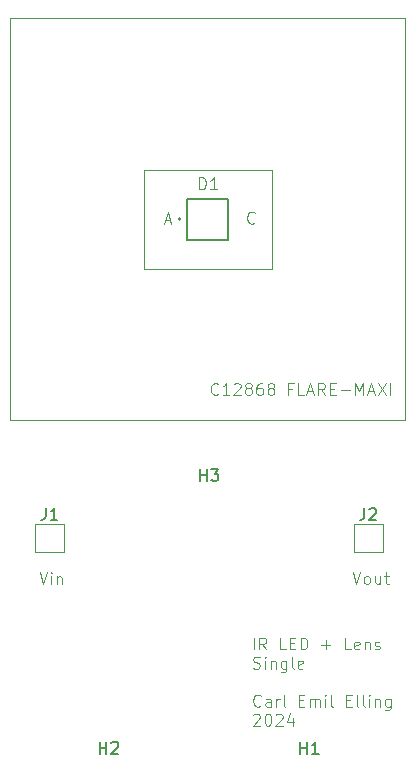
<source format=gto>
G04 #@! TF.GenerationSoftware,KiCad,Pcbnew,8.0.5*
G04 #@! TF.CreationDate,2024-10-10T12:39:46+02:00*
G04 #@! TF.ProjectId,LED_SINGLE_Board,4c45445f-5349-44e4-974c-455f426f6172,rev?*
G04 #@! TF.SameCoordinates,Original*
G04 #@! TF.FileFunction,Legend,Top*
G04 #@! TF.FilePolarity,Positive*
%FSLAX46Y46*%
G04 Gerber Fmt 4.6, Leading zero omitted, Abs format (unit mm)*
G04 Created by KiCad (PCBNEW 8.0.5) date 2024-10-10 12:39:46*
%MOMM*%
%LPD*%
G01*
G04 APERTURE LIST*
%ADD10C,0.100000*%
%ADD11C,0.150000*%
%ADD12C,0.127000*%
%ADD13C,0.200000*%
%ADD14C,0.120000*%
G04 APERTURE END LIST*
D10*
X47303884Y-77932643D02*
X47303884Y-76932643D01*
X48351502Y-77932643D02*
X48018169Y-77456452D01*
X47780074Y-77932643D02*
X47780074Y-76932643D01*
X47780074Y-76932643D02*
X48161026Y-76932643D01*
X48161026Y-76932643D02*
X48256264Y-76980262D01*
X48256264Y-76980262D02*
X48303883Y-77027881D01*
X48303883Y-77027881D02*
X48351502Y-77123119D01*
X48351502Y-77123119D02*
X48351502Y-77265976D01*
X48351502Y-77265976D02*
X48303883Y-77361214D01*
X48303883Y-77361214D02*
X48256264Y-77408833D01*
X48256264Y-77408833D02*
X48161026Y-77456452D01*
X48161026Y-77456452D02*
X47780074Y-77456452D01*
X50018169Y-77932643D02*
X49541979Y-77932643D01*
X49541979Y-77932643D02*
X49541979Y-76932643D01*
X50351503Y-77408833D02*
X50684836Y-77408833D01*
X50827693Y-77932643D02*
X50351503Y-77932643D01*
X50351503Y-77932643D02*
X50351503Y-76932643D01*
X50351503Y-76932643D02*
X50827693Y-76932643D01*
X51256265Y-77932643D02*
X51256265Y-76932643D01*
X51256265Y-76932643D02*
X51494360Y-76932643D01*
X51494360Y-76932643D02*
X51637217Y-76980262D01*
X51637217Y-76980262D02*
X51732455Y-77075500D01*
X51732455Y-77075500D02*
X51780074Y-77170738D01*
X51780074Y-77170738D02*
X51827693Y-77361214D01*
X51827693Y-77361214D02*
X51827693Y-77504071D01*
X51827693Y-77504071D02*
X51780074Y-77694547D01*
X51780074Y-77694547D02*
X51732455Y-77789785D01*
X51732455Y-77789785D02*
X51637217Y-77885024D01*
X51637217Y-77885024D02*
X51494360Y-77932643D01*
X51494360Y-77932643D02*
X51256265Y-77932643D01*
X53018170Y-77551690D02*
X53780075Y-77551690D01*
X53399122Y-77932643D02*
X53399122Y-77170738D01*
X55494360Y-77932643D02*
X55018170Y-77932643D01*
X55018170Y-77932643D02*
X55018170Y-76932643D01*
X56208646Y-77885024D02*
X56113408Y-77932643D01*
X56113408Y-77932643D02*
X55922932Y-77932643D01*
X55922932Y-77932643D02*
X55827694Y-77885024D01*
X55827694Y-77885024D02*
X55780075Y-77789785D01*
X55780075Y-77789785D02*
X55780075Y-77408833D01*
X55780075Y-77408833D02*
X55827694Y-77313595D01*
X55827694Y-77313595D02*
X55922932Y-77265976D01*
X55922932Y-77265976D02*
X56113408Y-77265976D01*
X56113408Y-77265976D02*
X56208646Y-77313595D01*
X56208646Y-77313595D02*
X56256265Y-77408833D01*
X56256265Y-77408833D02*
X56256265Y-77504071D01*
X56256265Y-77504071D02*
X55780075Y-77599309D01*
X56684837Y-77265976D02*
X56684837Y-77932643D01*
X56684837Y-77361214D02*
X56732456Y-77313595D01*
X56732456Y-77313595D02*
X56827694Y-77265976D01*
X56827694Y-77265976D02*
X56970551Y-77265976D01*
X56970551Y-77265976D02*
X57065789Y-77313595D01*
X57065789Y-77313595D02*
X57113408Y-77408833D01*
X57113408Y-77408833D02*
X57113408Y-77932643D01*
X57541980Y-77885024D02*
X57637218Y-77932643D01*
X57637218Y-77932643D02*
X57827694Y-77932643D01*
X57827694Y-77932643D02*
X57922932Y-77885024D01*
X57922932Y-77885024D02*
X57970551Y-77789785D01*
X57970551Y-77789785D02*
X57970551Y-77742166D01*
X57970551Y-77742166D02*
X57922932Y-77646928D01*
X57922932Y-77646928D02*
X57827694Y-77599309D01*
X57827694Y-77599309D02*
X57684837Y-77599309D01*
X57684837Y-77599309D02*
X57589599Y-77551690D01*
X57589599Y-77551690D02*
X57541980Y-77456452D01*
X57541980Y-77456452D02*
X57541980Y-77408833D01*
X57541980Y-77408833D02*
X57589599Y-77313595D01*
X57589599Y-77313595D02*
X57684837Y-77265976D01*
X57684837Y-77265976D02*
X57827694Y-77265976D01*
X57827694Y-77265976D02*
X57922932Y-77313595D01*
X47256265Y-79494968D02*
X47399122Y-79542587D01*
X47399122Y-79542587D02*
X47637217Y-79542587D01*
X47637217Y-79542587D02*
X47732455Y-79494968D01*
X47732455Y-79494968D02*
X47780074Y-79447348D01*
X47780074Y-79447348D02*
X47827693Y-79352110D01*
X47827693Y-79352110D02*
X47827693Y-79256872D01*
X47827693Y-79256872D02*
X47780074Y-79161634D01*
X47780074Y-79161634D02*
X47732455Y-79114015D01*
X47732455Y-79114015D02*
X47637217Y-79066396D01*
X47637217Y-79066396D02*
X47446741Y-79018777D01*
X47446741Y-79018777D02*
X47351503Y-78971158D01*
X47351503Y-78971158D02*
X47303884Y-78923539D01*
X47303884Y-78923539D02*
X47256265Y-78828301D01*
X47256265Y-78828301D02*
X47256265Y-78733063D01*
X47256265Y-78733063D02*
X47303884Y-78637825D01*
X47303884Y-78637825D02*
X47351503Y-78590206D01*
X47351503Y-78590206D02*
X47446741Y-78542587D01*
X47446741Y-78542587D02*
X47684836Y-78542587D01*
X47684836Y-78542587D02*
X47827693Y-78590206D01*
X48256265Y-79542587D02*
X48256265Y-78875920D01*
X48256265Y-78542587D02*
X48208646Y-78590206D01*
X48208646Y-78590206D02*
X48256265Y-78637825D01*
X48256265Y-78637825D02*
X48303884Y-78590206D01*
X48303884Y-78590206D02*
X48256265Y-78542587D01*
X48256265Y-78542587D02*
X48256265Y-78637825D01*
X48732455Y-78875920D02*
X48732455Y-79542587D01*
X48732455Y-78971158D02*
X48780074Y-78923539D01*
X48780074Y-78923539D02*
X48875312Y-78875920D01*
X48875312Y-78875920D02*
X49018169Y-78875920D01*
X49018169Y-78875920D02*
X49113407Y-78923539D01*
X49113407Y-78923539D02*
X49161026Y-79018777D01*
X49161026Y-79018777D02*
X49161026Y-79542587D01*
X50065788Y-78875920D02*
X50065788Y-79685444D01*
X50065788Y-79685444D02*
X50018169Y-79780682D01*
X50018169Y-79780682D02*
X49970550Y-79828301D01*
X49970550Y-79828301D02*
X49875312Y-79875920D01*
X49875312Y-79875920D02*
X49732455Y-79875920D01*
X49732455Y-79875920D02*
X49637217Y-79828301D01*
X50065788Y-79494968D02*
X49970550Y-79542587D01*
X49970550Y-79542587D02*
X49780074Y-79542587D01*
X49780074Y-79542587D02*
X49684836Y-79494968D01*
X49684836Y-79494968D02*
X49637217Y-79447348D01*
X49637217Y-79447348D02*
X49589598Y-79352110D01*
X49589598Y-79352110D02*
X49589598Y-79066396D01*
X49589598Y-79066396D02*
X49637217Y-78971158D01*
X49637217Y-78971158D02*
X49684836Y-78923539D01*
X49684836Y-78923539D02*
X49780074Y-78875920D01*
X49780074Y-78875920D02*
X49970550Y-78875920D01*
X49970550Y-78875920D02*
X50065788Y-78923539D01*
X50684836Y-79542587D02*
X50589598Y-79494968D01*
X50589598Y-79494968D02*
X50541979Y-79399729D01*
X50541979Y-79399729D02*
X50541979Y-78542587D01*
X51446741Y-79494968D02*
X51351503Y-79542587D01*
X51351503Y-79542587D02*
X51161027Y-79542587D01*
X51161027Y-79542587D02*
X51065789Y-79494968D01*
X51065789Y-79494968D02*
X51018170Y-79399729D01*
X51018170Y-79399729D02*
X51018170Y-79018777D01*
X51018170Y-79018777D02*
X51065789Y-78923539D01*
X51065789Y-78923539D02*
X51161027Y-78875920D01*
X51161027Y-78875920D02*
X51351503Y-78875920D01*
X51351503Y-78875920D02*
X51446741Y-78923539D01*
X51446741Y-78923539D02*
X51494360Y-79018777D01*
X51494360Y-79018777D02*
X51494360Y-79114015D01*
X51494360Y-79114015D02*
X51018170Y-79209253D01*
X47875312Y-82667236D02*
X47827693Y-82714856D01*
X47827693Y-82714856D02*
X47684836Y-82762475D01*
X47684836Y-82762475D02*
X47589598Y-82762475D01*
X47589598Y-82762475D02*
X47446741Y-82714856D01*
X47446741Y-82714856D02*
X47351503Y-82619617D01*
X47351503Y-82619617D02*
X47303884Y-82524379D01*
X47303884Y-82524379D02*
X47256265Y-82333903D01*
X47256265Y-82333903D02*
X47256265Y-82191046D01*
X47256265Y-82191046D02*
X47303884Y-82000570D01*
X47303884Y-82000570D02*
X47351503Y-81905332D01*
X47351503Y-81905332D02*
X47446741Y-81810094D01*
X47446741Y-81810094D02*
X47589598Y-81762475D01*
X47589598Y-81762475D02*
X47684836Y-81762475D01*
X47684836Y-81762475D02*
X47827693Y-81810094D01*
X47827693Y-81810094D02*
X47875312Y-81857713D01*
X48732455Y-82762475D02*
X48732455Y-82238665D01*
X48732455Y-82238665D02*
X48684836Y-82143427D01*
X48684836Y-82143427D02*
X48589598Y-82095808D01*
X48589598Y-82095808D02*
X48399122Y-82095808D01*
X48399122Y-82095808D02*
X48303884Y-82143427D01*
X48732455Y-82714856D02*
X48637217Y-82762475D01*
X48637217Y-82762475D02*
X48399122Y-82762475D01*
X48399122Y-82762475D02*
X48303884Y-82714856D01*
X48303884Y-82714856D02*
X48256265Y-82619617D01*
X48256265Y-82619617D02*
X48256265Y-82524379D01*
X48256265Y-82524379D02*
X48303884Y-82429141D01*
X48303884Y-82429141D02*
X48399122Y-82381522D01*
X48399122Y-82381522D02*
X48637217Y-82381522D01*
X48637217Y-82381522D02*
X48732455Y-82333903D01*
X49208646Y-82762475D02*
X49208646Y-82095808D01*
X49208646Y-82286284D02*
X49256265Y-82191046D01*
X49256265Y-82191046D02*
X49303884Y-82143427D01*
X49303884Y-82143427D02*
X49399122Y-82095808D01*
X49399122Y-82095808D02*
X49494360Y-82095808D01*
X49970551Y-82762475D02*
X49875313Y-82714856D01*
X49875313Y-82714856D02*
X49827694Y-82619617D01*
X49827694Y-82619617D02*
X49827694Y-81762475D01*
X51113409Y-82238665D02*
X51446742Y-82238665D01*
X51589599Y-82762475D02*
X51113409Y-82762475D01*
X51113409Y-82762475D02*
X51113409Y-81762475D01*
X51113409Y-81762475D02*
X51589599Y-81762475D01*
X52018171Y-82762475D02*
X52018171Y-82095808D01*
X52018171Y-82191046D02*
X52065790Y-82143427D01*
X52065790Y-82143427D02*
X52161028Y-82095808D01*
X52161028Y-82095808D02*
X52303885Y-82095808D01*
X52303885Y-82095808D02*
X52399123Y-82143427D01*
X52399123Y-82143427D02*
X52446742Y-82238665D01*
X52446742Y-82238665D02*
X52446742Y-82762475D01*
X52446742Y-82238665D02*
X52494361Y-82143427D01*
X52494361Y-82143427D02*
X52589599Y-82095808D01*
X52589599Y-82095808D02*
X52732456Y-82095808D01*
X52732456Y-82095808D02*
X52827695Y-82143427D01*
X52827695Y-82143427D02*
X52875314Y-82238665D01*
X52875314Y-82238665D02*
X52875314Y-82762475D01*
X53351504Y-82762475D02*
X53351504Y-82095808D01*
X53351504Y-81762475D02*
X53303885Y-81810094D01*
X53303885Y-81810094D02*
X53351504Y-81857713D01*
X53351504Y-81857713D02*
X53399123Y-81810094D01*
X53399123Y-81810094D02*
X53351504Y-81762475D01*
X53351504Y-81762475D02*
X53351504Y-81857713D01*
X53970551Y-82762475D02*
X53875313Y-82714856D01*
X53875313Y-82714856D02*
X53827694Y-82619617D01*
X53827694Y-82619617D02*
X53827694Y-81762475D01*
X55113409Y-82238665D02*
X55446742Y-82238665D01*
X55589599Y-82762475D02*
X55113409Y-82762475D01*
X55113409Y-82762475D02*
X55113409Y-81762475D01*
X55113409Y-81762475D02*
X55589599Y-81762475D01*
X56161028Y-82762475D02*
X56065790Y-82714856D01*
X56065790Y-82714856D02*
X56018171Y-82619617D01*
X56018171Y-82619617D02*
X56018171Y-81762475D01*
X56684838Y-82762475D02*
X56589600Y-82714856D01*
X56589600Y-82714856D02*
X56541981Y-82619617D01*
X56541981Y-82619617D02*
X56541981Y-81762475D01*
X57065791Y-82762475D02*
X57065791Y-82095808D01*
X57065791Y-81762475D02*
X57018172Y-81810094D01*
X57018172Y-81810094D02*
X57065791Y-81857713D01*
X57065791Y-81857713D02*
X57113410Y-81810094D01*
X57113410Y-81810094D02*
X57065791Y-81762475D01*
X57065791Y-81762475D02*
X57065791Y-81857713D01*
X57541981Y-82095808D02*
X57541981Y-82762475D01*
X57541981Y-82191046D02*
X57589600Y-82143427D01*
X57589600Y-82143427D02*
X57684838Y-82095808D01*
X57684838Y-82095808D02*
X57827695Y-82095808D01*
X57827695Y-82095808D02*
X57922933Y-82143427D01*
X57922933Y-82143427D02*
X57970552Y-82238665D01*
X57970552Y-82238665D02*
X57970552Y-82762475D01*
X58875314Y-82095808D02*
X58875314Y-82905332D01*
X58875314Y-82905332D02*
X58827695Y-83000570D01*
X58827695Y-83000570D02*
X58780076Y-83048189D01*
X58780076Y-83048189D02*
X58684838Y-83095808D01*
X58684838Y-83095808D02*
X58541981Y-83095808D01*
X58541981Y-83095808D02*
X58446743Y-83048189D01*
X58875314Y-82714856D02*
X58780076Y-82762475D01*
X58780076Y-82762475D02*
X58589600Y-82762475D01*
X58589600Y-82762475D02*
X58494362Y-82714856D01*
X58494362Y-82714856D02*
X58446743Y-82667236D01*
X58446743Y-82667236D02*
X58399124Y-82571998D01*
X58399124Y-82571998D02*
X58399124Y-82286284D01*
X58399124Y-82286284D02*
X58446743Y-82191046D01*
X58446743Y-82191046D02*
X58494362Y-82143427D01*
X58494362Y-82143427D02*
X58589600Y-82095808D01*
X58589600Y-82095808D02*
X58780076Y-82095808D01*
X58780076Y-82095808D02*
X58875314Y-82143427D01*
X47256265Y-83467657D02*
X47303884Y-83420038D01*
X47303884Y-83420038D02*
X47399122Y-83372419D01*
X47399122Y-83372419D02*
X47637217Y-83372419D01*
X47637217Y-83372419D02*
X47732455Y-83420038D01*
X47732455Y-83420038D02*
X47780074Y-83467657D01*
X47780074Y-83467657D02*
X47827693Y-83562895D01*
X47827693Y-83562895D02*
X47827693Y-83658133D01*
X47827693Y-83658133D02*
X47780074Y-83800990D01*
X47780074Y-83800990D02*
X47208646Y-84372419D01*
X47208646Y-84372419D02*
X47827693Y-84372419D01*
X48446741Y-83372419D02*
X48541979Y-83372419D01*
X48541979Y-83372419D02*
X48637217Y-83420038D01*
X48637217Y-83420038D02*
X48684836Y-83467657D01*
X48684836Y-83467657D02*
X48732455Y-83562895D01*
X48732455Y-83562895D02*
X48780074Y-83753371D01*
X48780074Y-83753371D02*
X48780074Y-83991466D01*
X48780074Y-83991466D02*
X48732455Y-84181942D01*
X48732455Y-84181942D02*
X48684836Y-84277180D01*
X48684836Y-84277180D02*
X48637217Y-84324800D01*
X48637217Y-84324800D02*
X48541979Y-84372419D01*
X48541979Y-84372419D02*
X48446741Y-84372419D01*
X48446741Y-84372419D02*
X48351503Y-84324800D01*
X48351503Y-84324800D02*
X48303884Y-84277180D01*
X48303884Y-84277180D02*
X48256265Y-84181942D01*
X48256265Y-84181942D02*
X48208646Y-83991466D01*
X48208646Y-83991466D02*
X48208646Y-83753371D01*
X48208646Y-83753371D02*
X48256265Y-83562895D01*
X48256265Y-83562895D02*
X48303884Y-83467657D01*
X48303884Y-83467657D02*
X48351503Y-83420038D01*
X48351503Y-83420038D02*
X48446741Y-83372419D01*
X49161027Y-83467657D02*
X49208646Y-83420038D01*
X49208646Y-83420038D02*
X49303884Y-83372419D01*
X49303884Y-83372419D02*
X49541979Y-83372419D01*
X49541979Y-83372419D02*
X49637217Y-83420038D01*
X49637217Y-83420038D02*
X49684836Y-83467657D01*
X49684836Y-83467657D02*
X49732455Y-83562895D01*
X49732455Y-83562895D02*
X49732455Y-83658133D01*
X49732455Y-83658133D02*
X49684836Y-83800990D01*
X49684836Y-83800990D02*
X49113408Y-84372419D01*
X49113408Y-84372419D02*
X49732455Y-84372419D01*
X50589598Y-83705752D02*
X50589598Y-84372419D01*
X50351503Y-83324800D02*
X50113408Y-84039085D01*
X50113408Y-84039085D02*
X50732455Y-84039085D01*
X29161027Y-71372419D02*
X29494360Y-72372419D01*
X29494360Y-72372419D02*
X29827693Y-71372419D01*
X30161027Y-72372419D02*
X30161027Y-71705752D01*
X30161027Y-71372419D02*
X30113408Y-71420038D01*
X30113408Y-71420038D02*
X30161027Y-71467657D01*
X30161027Y-71467657D02*
X30208646Y-71420038D01*
X30208646Y-71420038D02*
X30161027Y-71372419D01*
X30161027Y-71372419D02*
X30161027Y-71467657D01*
X30637217Y-71705752D02*
X30637217Y-72372419D01*
X30637217Y-71800990D02*
X30684836Y-71753371D01*
X30684836Y-71753371D02*
X30780074Y-71705752D01*
X30780074Y-71705752D02*
X30922931Y-71705752D01*
X30922931Y-71705752D02*
X31018169Y-71753371D01*
X31018169Y-71753371D02*
X31065788Y-71848609D01*
X31065788Y-71848609D02*
X31065788Y-72372419D01*
X55661027Y-71372419D02*
X55994360Y-72372419D01*
X55994360Y-72372419D02*
X56327693Y-71372419D01*
X56803884Y-72372419D02*
X56708646Y-72324800D01*
X56708646Y-72324800D02*
X56661027Y-72277180D01*
X56661027Y-72277180D02*
X56613408Y-72181942D01*
X56613408Y-72181942D02*
X56613408Y-71896228D01*
X56613408Y-71896228D02*
X56661027Y-71800990D01*
X56661027Y-71800990D02*
X56708646Y-71753371D01*
X56708646Y-71753371D02*
X56803884Y-71705752D01*
X56803884Y-71705752D02*
X56946741Y-71705752D01*
X56946741Y-71705752D02*
X57041979Y-71753371D01*
X57041979Y-71753371D02*
X57089598Y-71800990D01*
X57089598Y-71800990D02*
X57137217Y-71896228D01*
X57137217Y-71896228D02*
X57137217Y-72181942D01*
X57137217Y-72181942D02*
X57089598Y-72277180D01*
X57089598Y-72277180D02*
X57041979Y-72324800D01*
X57041979Y-72324800D02*
X56946741Y-72372419D01*
X56946741Y-72372419D02*
X56803884Y-72372419D01*
X57994360Y-71705752D02*
X57994360Y-72372419D01*
X57565789Y-71705752D02*
X57565789Y-72229561D01*
X57565789Y-72229561D02*
X57613408Y-72324800D01*
X57613408Y-72324800D02*
X57708646Y-72372419D01*
X57708646Y-72372419D02*
X57851503Y-72372419D01*
X57851503Y-72372419D02*
X57946741Y-72324800D01*
X57946741Y-72324800D02*
X57994360Y-72277180D01*
X58327694Y-71705752D02*
X58708646Y-71705752D01*
X58470551Y-71372419D02*
X58470551Y-72229561D01*
X58470551Y-72229561D02*
X58518170Y-72324800D01*
X58518170Y-72324800D02*
X58613408Y-72372419D01*
X58613408Y-72372419D02*
X58708646Y-72372419D01*
X42661905Y-38957419D02*
X42661905Y-37957419D01*
X42661905Y-37957419D02*
X42900000Y-37957419D01*
X42900000Y-37957419D02*
X43042857Y-38005038D01*
X43042857Y-38005038D02*
X43138095Y-38100276D01*
X43138095Y-38100276D02*
X43185714Y-38195514D01*
X43185714Y-38195514D02*
X43233333Y-38385990D01*
X43233333Y-38385990D02*
X43233333Y-38528847D01*
X43233333Y-38528847D02*
X43185714Y-38719323D01*
X43185714Y-38719323D02*
X43138095Y-38814561D01*
X43138095Y-38814561D02*
X43042857Y-38909800D01*
X43042857Y-38909800D02*
X42900000Y-38957419D01*
X42900000Y-38957419D02*
X42661905Y-38957419D01*
X44185714Y-38957419D02*
X43614286Y-38957419D01*
X43900000Y-38957419D02*
X43900000Y-37957419D01*
X43900000Y-37957419D02*
X43804762Y-38100276D01*
X43804762Y-38100276D02*
X43709524Y-38195514D01*
X43709524Y-38195514D02*
X43614286Y-38243133D01*
X47375312Y-41777180D02*
X47327693Y-41824800D01*
X47327693Y-41824800D02*
X47184836Y-41872419D01*
X47184836Y-41872419D02*
X47089598Y-41872419D01*
X47089598Y-41872419D02*
X46946741Y-41824800D01*
X46946741Y-41824800D02*
X46851503Y-41729561D01*
X46851503Y-41729561D02*
X46803884Y-41634323D01*
X46803884Y-41634323D02*
X46756265Y-41443847D01*
X46756265Y-41443847D02*
X46756265Y-41300990D01*
X46756265Y-41300990D02*
X46803884Y-41110514D01*
X46803884Y-41110514D02*
X46851503Y-41015276D01*
X46851503Y-41015276D02*
X46946741Y-40920038D01*
X46946741Y-40920038D02*
X47089598Y-40872419D01*
X47089598Y-40872419D02*
X47184836Y-40872419D01*
X47184836Y-40872419D02*
X47327693Y-40920038D01*
X47327693Y-40920038D02*
X47375312Y-40967657D01*
X39756265Y-41586704D02*
X40232455Y-41586704D01*
X39661027Y-41872419D02*
X39994360Y-40872419D01*
X39994360Y-40872419D02*
X40327693Y-41872419D01*
X44275312Y-56277180D02*
X44227693Y-56324800D01*
X44227693Y-56324800D02*
X44084836Y-56372419D01*
X44084836Y-56372419D02*
X43989598Y-56372419D01*
X43989598Y-56372419D02*
X43846741Y-56324800D01*
X43846741Y-56324800D02*
X43751503Y-56229561D01*
X43751503Y-56229561D02*
X43703884Y-56134323D01*
X43703884Y-56134323D02*
X43656265Y-55943847D01*
X43656265Y-55943847D02*
X43656265Y-55800990D01*
X43656265Y-55800990D02*
X43703884Y-55610514D01*
X43703884Y-55610514D02*
X43751503Y-55515276D01*
X43751503Y-55515276D02*
X43846741Y-55420038D01*
X43846741Y-55420038D02*
X43989598Y-55372419D01*
X43989598Y-55372419D02*
X44084836Y-55372419D01*
X44084836Y-55372419D02*
X44227693Y-55420038D01*
X44227693Y-55420038D02*
X44275312Y-55467657D01*
X45227693Y-56372419D02*
X44656265Y-56372419D01*
X44941979Y-56372419D02*
X44941979Y-55372419D01*
X44941979Y-55372419D02*
X44846741Y-55515276D01*
X44846741Y-55515276D02*
X44751503Y-55610514D01*
X44751503Y-55610514D02*
X44656265Y-55658133D01*
X45608646Y-55467657D02*
X45656265Y-55420038D01*
X45656265Y-55420038D02*
X45751503Y-55372419D01*
X45751503Y-55372419D02*
X45989598Y-55372419D01*
X45989598Y-55372419D02*
X46084836Y-55420038D01*
X46084836Y-55420038D02*
X46132455Y-55467657D01*
X46132455Y-55467657D02*
X46180074Y-55562895D01*
X46180074Y-55562895D02*
X46180074Y-55658133D01*
X46180074Y-55658133D02*
X46132455Y-55800990D01*
X46132455Y-55800990D02*
X45561027Y-56372419D01*
X45561027Y-56372419D02*
X46180074Y-56372419D01*
X46751503Y-55800990D02*
X46656265Y-55753371D01*
X46656265Y-55753371D02*
X46608646Y-55705752D01*
X46608646Y-55705752D02*
X46561027Y-55610514D01*
X46561027Y-55610514D02*
X46561027Y-55562895D01*
X46561027Y-55562895D02*
X46608646Y-55467657D01*
X46608646Y-55467657D02*
X46656265Y-55420038D01*
X46656265Y-55420038D02*
X46751503Y-55372419D01*
X46751503Y-55372419D02*
X46941979Y-55372419D01*
X46941979Y-55372419D02*
X47037217Y-55420038D01*
X47037217Y-55420038D02*
X47084836Y-55467657D01*
X47084836Y-55467657D02*
X47132455Y-55562895D01*
X47132455Y-55562895D02*
X47132455Y-55610514D01*
X47132455Y-55610514D02*
X47084836Y-55705752D01*
X47084836Y-55705752D02*
X47037217Y-55753371D01*
X47037217Y-55753371D02*
X46941979Y-55800990D01*
X46941979Y-55800990D02*
X46751503Y-55800990D01*
X46751503Y-55800990D02*
X46656265Y-55848609D01*
X46656265Y-55848609D02*
X46608646Y-55896228D01*
X46608646Y-55896228D02*
X46561027Y-55991466D01*
X46561027Y-55991466D02*
X46561027Y-56181942D01*
X46561027Y-56181942D02*
X46608646Y-56277180D01*
X46608646Y-56277180D02*
X46656265Y-56324800D01*
X46656265Y-56324800D02*
X46751503Y-56372419D01*
X46751503Y-56372419D02*
X46941979Y-56372419D01*
X46941979Y-56372419D02*
X47037217Y-56324800D01*
X47037217Y-56324800D02*
X47084836Y-56277180D01*
X47084836Y-56277180D02*
X47132455Y-56181942D01*
X47132455Y-56181942D02*
X47132455Y-55991466D01*
X47132455Y-55991466D02*
X47084836Y-55896228D01*
X47084836Y-55896228D02*
X47037217Y-55848609D01*
X47037217Y-55848609D02*
X46941979Y-55800990D01*
X47989598Y-55372419D02*
X47799122Y-55372419D01*
X47799122Y-55372419D02*
X47703884Y-55420038D01*
X47703884Y-55420038D02*
X47656265Y-55467657D01*
X47656265Y-55467657D02*
X47561027Y-55610514D01*
X47561027Y-55610514D02*
X47513408Y-55800990D01*
X47513408Y-55800990D02*
X47513408Y-56181942D01*
X47513408Y-56181942D02*
X47561027Y-56277180D01*
X47561027Y-56277180D02*
X47608646Y-56324800D01*
X47608646Y-56324800D02*
X47703884Y-56372419D01*
X47703884Y-56372419D02*
X47894360Y-56372419D01*
X47894360Y-56372419D02*
X47989598Y-56324800D01*
X47989598Y-56324800D02*
X48037217Y-56277180D01*
X48037217Y-56277180D02*
X48084836Y-56181942D01*
X48084836Y-56181942D02*
X48084836Y-55943847D01*
X48084836Y-55943847D02*
X48037217Y-55848609D01*
X48037217Y-55848609D02*
X47989598Y-55800990D01*
X47989598Y-55800990D02*
X47894360Y-55753371D01*
X47894360Y-55753371D02*
X47703884Y-55753371D01*
X47703884Y-55753371D02*
X47608646Y-55800990D01*
X47608646Y-55800990D02*
X47561027Y-55848609D01*
X47561027Y-55848609D02*
X47513408Y-55943847D01*
X48656265Y-55800990D02*
X48561027Y-55753371D01*
X48561027Y-55753371D02*
X48513408Y-55705752D01*
X48513408Y-55705752D02*
X48465789Y-55610514D01*
X48465789Y-55610514D02*
X48465789Y-55562895D01*
X48465789Y-55562895D02*
X48513408Y-55467657D01*
X48513408Y-55467657D02*
X48561027Y-55420038D01*
X48561027Y-55420038D02*
X48656265Y-55372419D01*
X48656265Y-55372419D02*
X48846741Y-55372419D01*
X48846741Y-55372419D02*
X48941979Y-55420038D01*
X48941979Y-55420038D02*
X48989598Y-55467657D01*
X48989598Y-55467657D02*
X49037217Y-55562895D01*
X49037217Y-55562895D02*
X49037217Y-55610514D01*
X49037217Y-55610514D02*
X48989598Y-55705752D01*
X48989598Y-55705752D02*
X48941979Y-55753371D01*
X48941979Y-55753371D02*
X48846741Y-55800990D01*
X48846741Y-55800990D02*
X48656265Y-55800990D01*
X48656265Y-55800990D02*
X48561027Y-55848609D01*
X48561027Y-55848609D02*
X48513408Y-55896228D01*
X48513408Y-55896228D02*
X48465789Y-55991466D01*
X48465789Y-55991466D02*
X48465789Y-56181942D01*
X48465789Y-56181942D02*
X48513408Y-56277180D01*
X48513408Y-56277180D02*
X48561027Y-56324800D01*
X48561027Y-56324800D02*
X48656265Y-56372419D01*
X48656265Y-56372419D02*
X48846741Y-56372419D01*
X48846741Y-56372419D02*
X48941979Y-56324800D01*
X48941979Y-56324800D02*
X48989598Y-56277180D01*
X48989598Y-56277180D02*
X49037217Y-56181942D01*
X49037217Y-56181942D02*
X49037217Y-55991466D01*
X49037217Y-55991466D02*
X48989598Y-55896228D01*
X48989598Y-55896228D02*
X48941979Y-55848609D01*
X48941979Y-55848609D02*
X48846741Y-55800990D01*
X50561027Y-55848609D02*
X50227694Y-55848609D01*
X50227694Y-56372419D02*
X50227694Y-55372419D01*
X50227694Y-55372419D02*
X50703884Y-55372419D01*
X51561027Y-56372419D02*
X51084837Y-56372419D01*
X51084837Y-56372419D02*
X51084837Y-55372419D01*
X51846742Y-56086704D02*
X52322932Y-56086704D01*
X51751504Y-56372419D02*
X52084837Y-55372419D01*
X52084837Y-55372419D02*
X52418170Y-56372419D01*
X53322932Y-56372419D02*
X52989599Y-55896228D01*
X52751504Y-56372419D02*
X52751504Y-55372419D01*
X52751504Y-55372419D02*
X53132456Y-55372419D01*
X53132456Y-55372419D02*
X53227694Y-55420038D01*
X53227694Y-55420038D02*
X53275313Y-55467657D01*
X53275313Y-55467657D02*
X53322932Y-55562895D01*
X53322932Y-55562895D02*
X53322932Y-55705752D01*
X53322932Y-55705752D02*
X53275313Y-55800990D01*
X53275313Y-55800990D02*
X53227694Y-55848609D01*
X53227694Y-55848609D02*
X53132456Y-55896228D01*
X53132456Y-55896228D02*
X52751504Y-55896228D01*
X53751504Y-55848609D02*
X54084837Y-55848609D01*
X54227694Y-56372419D02*
X53751504Y-56372419D01*
X53751504Y-56372419D02*
X53751504Y-55372419D01*
X53751504Y-55372419D02*
X54227694Y-55372419D01*
X54656266Y-55991466D02*
X55418171Y-55991466D01*
X55894361Y-56372419D02*
X55894361Y-55372419D01*
X55894361Y-55372419D02*
X56227694Y-56086704D01*
X56227694Y-56086704D02*
X56561027Y-55372419D01*
X56561027Y-55372419D02*
X56561027Y-56372419D01*
X56989599Y-56086704D02*
X57465789Y-56086704D01*
X56894361Y-56372419D02*
X57227694Y-55372419D01*
X57227694Y-55372419D02*
X57561027Y-56372419D01*
X57799123Y-55372419D02*
X58465789Y-56372419D01*
X58465789Y-55372419D02*
X57799123Y-56372419D01*
X58846742Y-56372419D02*
X58846742Y-55372419D01*
D11*
X42738095Y-63654819D02*
X42738095Y-62654819D01*
X42738095Y-63131009D02*
X43309523Y-63131009D01*
X43309523Y-63654819D02*
X43309523Y-62654819D01*
X43690476Y-62654819D02*
X44309523Y-62654819D01*
X44309523Y-62654819D02*
X43976190Y-63035771D01*
X43976190Y-63035771D02*
X44119047Y-63035771D01*
X44119047Y-63035771D02*
X44214285Y-63083390D01*
X44214285Y-63083390D02*
X44261904Y-63131009D01*
X44261904Y-63131009D02*
X44309523Y-63226247D01*
X44309523Y-63226247D02*
X44309523Y-63464342D01*
X44309523Y-63464342D02*
X44261904Y-63559580D01*
X44261904Y-63559580D02*
X44214285Y-63607200D01*
X44214285Y-63607200D02*
X44119047Y-63654819D01*
X44119047Y-63654819D02*
X43833333Y-63654819D01*
X43833333Y-63654819D02*
X43738095Y-63607200D01*
X43738095Y-63607200D02*
X43690476Y-63559580D01*
X34238095Y-86754819D02*
X34238095Y-85754819D01*
X34238095Y-86231009D02*
X34809523Y-86231009D01*
X34809523Y-86754819D02*
X34809523Y-85754819D01*
X35238095Y-85850057D02*
X35285714Y-85802438D01*
X35285714Y-85802438D02*
X35380952Y-85754819D01*
X35380952Y-85754819D02*
X35619047Y-85754819D01*
X35619047Y-85754819D02*
X35714285Y-85802438D01*
X35714285Y-85802438D02*
X35761904Y-85850057D01*
X35761904Y-85850057D02*
X35809523Y-85945295D01*
X35809523Y-85945295D02*
X35809523Y-86040533D01*
X35809523Y-86040533D02*
X35761904Y-86183390D01*
X35761904Y-86183390D02*
X35190476Y-86754819D01*
X35190476Y-86754819D02*
X35809523Y-86754819D01*
X51238095Y-86754819D02*
X51238095Y-85754819D01*
X51238095Y-86231009D02*
X51809523Y-86231009D01*
X51809523Y-86754819D02*
X51809523Y-85754819D01*
X52809523Y-86754819D02*
X52238095Y-86754819D01*
X52523809Y-86754819D02*
X52523809Y-85754819D01*
X52523809Y-85754819D02*
X52428571Y-85897676D01*
X52428571Y-85897676D02*
X52333333Y-85992914D01*
X52333333Y-85992914D02*
X52238095Y-86040533D01*
X56666666Y-65956819D02*
X56666666Y-66671104D01*
X56666666Y-66671104D02*
X56619047Y-66813961D01*
X56619047Y-66813961D02*
X56523809Y-66909200D01*
X56523809Y-66909200D02*
X56380952Y-66956819D01*
X56380952Y-66956819D02*
X56285714Y-66956819D01*
X57095238Y-66052057D02*
X57142857Y-66004438D01*
X57142857Y-66004438D02*
X57238095Y-65956819D01*
X57238095Y-65956819D02*
X57476190Y-65956819D01*
X57476190Y-65956819D02*
X57571428Y-66004438D01*
X57571428Y-66004438D02*
X57619047Y-66052057D01*
X57619047Y-66052057D02*
X57666666Y-66147295D01*
X57666666Y-66147295D02*
X57666666Y-66242533D01*
X57666666Y-66242533D02*
X57619047Y-66385390D01*
X57619047Y-66385390D02*
X57047619Y-66956819D01*
X57047619Y-66956819D02*
X57666666Y-66956819D01*
X29666666Y-65956819D02*
X29666666Y-66671104D01*
X29666666Y-66671104D02*
X29619047Y-66813961D01*
X29619047Y-66813961D02*
X29523809Y-66909200D01*
X29523809Y-66909200D02*
X29380952Y-66956819D01*
X29380952Y-66956819D02*
X29285714Y-66956819D01*
X30666666Y-66956819D02*
X30095238Y-66956819D01*
X30380952Y-66956819D02*
X30380952Y-65956819D01*
X30380952Y-65956819D02*
X30285714Y-66099676D01*
X30285714Y-66099676D02*
X30190476Y-66194914D01*
X30190476Y-66194914D02*
X30095238Y-66242533D01*
D12*
X41675000Y-39775000D02*
X45125000Y-39775000D01*
X41675000Y-43225000D02*
X41675000Y-39775000D01*
X45125000Y-39775000D02*
X45125000Y-43225000D01*
X45125000Y-43225000D02*
X41675000Y-43225000D01*
D10*
X26700000Y-24500000D02*
X60100000Y-24500000D01*
X60100000Y-58500000D01*
X26700000Y-58500000D01*
X26700000Y-24500000D01*
X38000000Y-37300000D02*
X48800000Y-37300000D01*
X48800000Y-45700000D01*
X38000000Y-45700000D01*
X38000000Y-37300000D01*
D13*
X41100000Y-41500000D02*
G75*
G02*
X40900000Y-41500000I-100000J0D01*
G01*
X40900000Y-41500000D02*
G75*
G02*
X41100000Y-41500000I100000J0D01*
G01*
D14*
X55800000Y-67300000D02*
X58200000Y-67300000D01*
X55800000Y-69700000D02*
X55800000Y-67300000D01*
X58200000Y-67300000D02*
X58200000Y-69700000D01*
X58200000Y-69700000D02*
X55800000Y-69700000D01*
X28800000Y-67300000D02*
X31200000Y-67300000D01*
X28800000Y-69700000D02*
X28800000Y-67300000D01*
X31200000Y-67300000D02*
X31200000Y-69700000D01*
X31200000Y-69700000D02*
X28800000Y-69700000D01*
M02*

</source>
